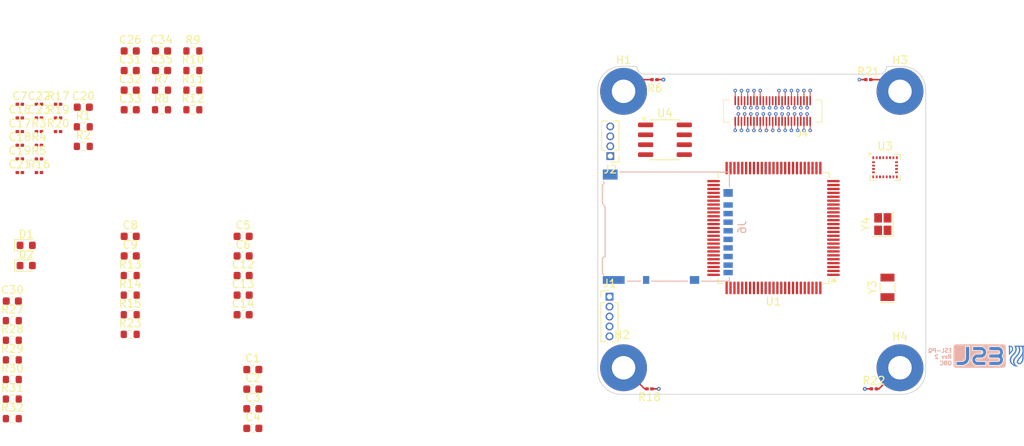
<source format=kicad_pcb>
(kicad_pcb (version 20240108) (generator "pcbnew") (generator_version "8.0")
  (title_block (title "Development of an ADCS for a PocketQube") (date "2023-09-06") (comment 2 "PCB Design") (comment 3 "22619291") (comment 4 "DP Theron"))
  (layers (0 "F.Cu" signal) (1 "In1.Cu" mixed) (2 "In2.Cu" mixed) (31 "B.Cu" signal) (34 "B.Paste" user) (35 "F.Paste" user) (36 "B.SilkS" user "B.Silkscreen") (37 "F.SilkS" user "F.Silkscreen") (38 "B.Mask" user) (39 "F.Mask" user) (44 "Edge.Cuts" user))
  (net 0 "")
  (net 1 "OPA1")
  (net 2 "1-")
  (net 3 "2-")
  (net 4 "OPA2")
  (net 5 "3-")
  (net 6 "OPA3")
  (net 7 "OPA4")
  (net 8 "4-")
  (net 9 "OPA5")
  (net 10 "5-")
  (net 11 "OPA6")
  (net 12 "6-")
  (net 13 "OSC_IN")
  (net 14 "OSC_OUT")
  (net 15 "OSC32_IN")
  (net 16 "OSC32_OUT")
  (net 17 "NRST")
  (net 18 "SPI NSS")
  (net 19 "SPI MOSI")
  (net 20 "SPI SCK")
  (net 21 "SPI MISO")
  (net 22 "SCL")
  (net 23 "SDA")
  (net 26 "/Daughterboard Connector/DB13")
  (net 27 "USART RX")
  (net 28 "USART TX")
  (net 29 "DCap")
  (net 32 "/Daughterboard Connector/DB22")
  (net 37 "SWCLK")
  (net 38 "SWDIO")
  (net 41 "/Daughterboard Connector/DB34")
  (net 42 "/Daughterboard Connector/DB37")
  (net 47 "/Daughterboard Connector/DB35")
  (net 48 "/Daughterboard Connector/DB6")
  (net 59 "SAOG")
  (net 60 "SAOM")
  (net 61 "/Daughterboard Connector/DB3")
  (net 62 "/Daughterboard Connector/DB32")
  (net 63 "CSAG")
  (net 64 "CSM")
  (net 65 "GND")
  (net 66 "Net-(U3-CAP)")
  (net 67 "Net-(U3-C1)")
  (net 69 "Net-(D1-A)")
  (net 70 "Net-(D2-A)")
  (net 71 "Net-(H1-Pad1)")
  (net 72 "Net-(H2-Pad1)")
  (net 73 "Net-(H3-Pad1)")
  (net 74 "Net-(H4-Pad1)")
  (net 75 "Net-(J6-DAT1)")
  (net 76 "Net-(J6-DAT2)")
  (net 77 "3V3")
  (net 78 "PPS")
  (net 79 "PWR")
  (net 80 "TX")
  (net 81 "RS-EN")
  (net 82 "RS-A")
  (net 83 "RS-B")
  (net 91 "/Daughterboard Connector/DB10")
  (net 92 "/Daughterboard Connector/DB29")
  (net 96 "/Daughterboard Connector/DB39")
  (net 98 "/Daughterboard Connector/DB25")
  (net 99 "/Daughterboard Connector/DB26")
  (net 101 "/Daughterboard Connector/DB14")
  (net 102 "/Daughterboard Connector/DB5")
  (net 104 "/Daughterboard Connector/DB19")
  (net 111 "/Daughterboard Connector/DB8")
  (net 112 "/Daughterboard Connector/DB2")
  (net 113 "/Daughterboard Connector/DB24")
  (net 114 "/Daughterboard Connector/DB30")
  (net 116 "/Daughterboard Connector/DB18")
  (net 119 "/Daughterboard Connector/DB12")
  (net 121 "/Daughterboard Connector/DB38")
  (net 123 "/Daughterboard Connector/DB33")
  (net 124 "/Daughterboard Connector/DB31")
  (net 127 "/Daughterboard Connector/DB7")
  (net 129 "/Daughterboard Connector/DB23")
  (net 132 "/Daughterboard Connector/DB40")
  (net 136 "S1_3V3")
  (net 137 "S2_3V3")
  (net 138 "/Daughterboard Connector/DB17")
  (net 139 "/Daughterboard Connector/DB11")
  (net 140 "/Daughterboard Connector/DB27")
  (net 141 "/Daughterboard Connector/DB15")
  (net 142 "/Daughterboard Connector/DB21")
  (net 143 "/Daughterboard Connector/DB9")
  (net 144 "/Daughterboard Connector/DB28")
  (net 145 "/Daughterboard Connector/DB4")
  (net 146 "/Daughterboard Connector/DB16")
  (net 147 "/Daughterboard Connector/DB36")
  (net 148 "/Daughterboard Connector/DB1")
  (net 149 "/Daughterboard Connector/DB20")
  (net 150 "I2C-SDA")
  (net 151 "I2C-SCL")
  (net 152 "EPS_RST")
  (footprint "Skripsie:HRS_DF40C-50DS-0.4V(51)" (layer "F.Cu") (at 250.9 28.52 180)
    (property "Reference" "J4")
    (property "Value" "Conn_02x20_Odd_Even")
  )
  (footprint "Skripsie:C_0201_0603Metric" (layer "F.Cu") (at 154.48 34.65)
    (property "Reference" "C19")
    (property "Value" "100n")
  )
  (footprint "Skripsie:C_0201_0603Metric" (layer "F.Cu") (at 154.48 27.65)
    (property "Reference" "C7")
    (property "Value" "100n")
  )
  (footprint "Skripsie:R_0201_0603Metric" (layer "F.Cu") (at 263.145 24.5)
    (property "Reference" "R21")
    (property "Value" "0")
  )
  (footprint "Skripsie:R_0201_0603Metric" (layer "F.Cu") (at 235.12 64.1 180)
    (property "Reference" "R18")
    (property "Value" "0")
  )
  (footprint "Capacitor_SMD:C_0603_1608Metric" (layer "F.Cu") (at 183.08 52.1)
    (property "Reference" "C13")
    (property "Value" "100n")
  )
  (footprint "Skripsie:R_0201_0603Metric" (layer "F.Cu") (at 159.38 29.4)
    (property "Reference" "R19")
    (property "Value" "R")
  )
  (footprint "MountingHole:MountingHole_3mm_Pad" (layer "F.Cu") (at 267.2 61.4)
    (property "Reference" "H4")
    (property "Value" "MountingHole_Pad")
  )
  (footprint "Capacitor_SMD:C_0603_1608Metric" (layer "F.Cu") (at 168.62 20.83)
    (property "Reference" "C26")
    (property "Value" "220p")
  )
  (footprint "Resistor_SMD:R_0603_1608Metric" (layer "F.Cu") (at 168.62 49.59)
    (property "Reference" "R13")
    (property "Value" "4k7")
  )
  (footprint "Skripsie:R_0201_0603Metric" (layer "F.Cu") (at 235.755 24.5 180)
    (property "Reference" "R6")
    (property "Value" "0")
  )
  (footprint "MountingHole:MountingHole_3mm_Pad" (layer "F.Cu") (at 267.2 26)
    (property "Reference" "H3")
    (property "Value" "MountingHole_Pad")
  )
  (footprint "Resistor_SMD:R_0603_1608Metric" (layer "F.Cu") (at 153.52 62.9)
    (property "Reference" "R30")
    (property "Value" "4k7")
  )
  (footprint "Resistor_SMD:R_0603_1608Metric" (layer "F.Cu") (at 168.62 57.12)
    (property "Reference" "R23")
    (property "Value" "120k")
  )
  (footprint "Capacitor_SMD:C_0603_1608Metric" (layer "F.Cu") (at 153.52 52.86)
    (property "Reference" "C30")
    (property "Value" "10u")
  )
  (footprint "Skripsie:R_0201_0603Metric" (layer "F.Cu") (at 156.93 32.9)
    (property "Reference" "R4")
    (property "Value" "0")
  )
  (footprint "Resistor_SMD:R_0603_1608Metric" (layer "F.Cu") (at 172.63 28.36)
    (property "Reference" "R8")
    (property "Value" "470")
  )
  (footprint "Skripsie:LGA-24L_3x3.5mm_P0.43mm" (layer "F.Cu") (at 265.285 35.725)
    (property "Reference" "U3")
    (property "Value" "LSM9DS1TR")
  )
  (footprint "Skripsie:C_0201_0603Metric" (layer "F.Cu") (at 154.48 31.15)
    (property "Reference" "C17")
    (property "Value" "100n")
  )
  (footprint "Capacitor_SMD:C_0603_1608Metric" (layer "F.Cu") (at 168.62 44.57)
    (property "Reference" "C8")
    (property "Value" "100n")
  )
  (footprint "Skripsie:Crystal_SMD_EuroQuartz_X22-4Pin_2.5x2.0mm" (layer "F.Cu") (at 265 43 90)
    (property "Reference" "Y4")
    (property "Value" "80 MHz")
  )
  (footprint "Skripsie:R_0201_0603Metric" (layer "F.Cu") (at 159.38 31.15)
    (property "Reference" "R20")
    (property "Value" "R")
  )
  (footprint "Capacitor_SMD:C_0603_1608Metric" (layer "F.Cu") (at 172.63 23.34)
    (property "Reference" "C35")
    (property "Value" "220p")
  )
  (footprint "Capacitor_SMD:C_0603_1608Metric" (layer "F.Cu") (at 172.63 20.83)
    (property "Reference" "C34")
    (property "Value" "220p")
  )
  (footprint "Capacitor_SMD:C_0603_1608Metric" (layer "F.Cu") (at 183.08 54.61)
    (property "Reference" "C14")
    (property "Value" "10u")
  )
  (footprint "Resistor_SMD:R_0603_1608Metric" (layer "F.Cu") (at 172.63 25.85)
    (property "Reference" "R7")
    (property "Value" "470")
  )
  (footprint "Resistor_SMD:R_0603_1608Metric" (layer "F.Cu") (at 176.64 20.83)
    (property "Reference" "R9")
    (property "Value" "470")
  )
  (footprint "Package_QFP:LQFP-100_14x14mm_P0.5mm" (layer "F.Cu") (at 251 43.5 180)
    (property "Reference" "U1")
    (property "Value" "STM32L496VGTxP")
  )
  (footprint "MountingHole:MountingHole_3mm_Pad" (layer "F.Cu") (at 231.8 61.4)
    (property "Reference" "H2")
    (property "Value" "MountingHole_Pad")
  )
  (footprint "Capacitor_SMD:C_0603_1608Metric" (layer "F.Cu") (at 183.08 44.57)
    (property "Reference" "C5")
    (property "Value" "10n")
  )
  (footprint "Capacitor_SMD:C_0603_1608Metric" (layer "F.Cu") (at 184.32 66.65)
    (property "Reference" "C3")
    (property "Value" "12p")
  )
  (footprint "Capacitor_SMD:C_0603_1608Metric" (layer "F.Cu") (at 168.62 28.36)
    (property "Reference" "C33")
    (property "Value" "220p")
  )
  (footprint "Resistor_SMD:R_0603_1608Metric" (layer "F.Cu") (at 153.52 60.39)
    (property "Reference" "R29")
    (property "Value" "4k7")
  )
  (footprint "Skripsie:Crystal_SMD_EuroQuartz_EQ161-2Pin_3.2x1.5mm" (layer "F.Cu") (at 265.6 51.1 90)
    (property "Reference" "Y3")
    (property "Value" "32.768 kHz")
  )
  (footprint "Capacitor_SMD:C_0603_1608Metric" (layer "F.Cu") (at 183.08 47.08)
    (property "Reference" "C6")
    (property "Value" "100n")
  )
  (footprint "Resistor_SMD:R_0603_1608Metric" (layer "F.Cu") (at 176.64 23.34)
    (property "Reference" "R10")
    (property "Value" "470")
  )
  (footprint "Skripsie:C_0201_0603Metric" (layer "F.Cu") (at 154.48 29.4)
    (property "Reference" "C16")
    (property "Value" "10u")
  )
  (footprint "Resistor_SMD:R_0603_1608Metric" (layer "F.Cu") (at 153.52 67.92)
    (property "Reference" "R32")
    (property "Value" "4k7")
  )
  (footprint "Capacitor_SMD:C_0603_1608Metric" (layer "F.Cu") (at 168.62 23.34)
    (property "Reference" "C31")
    (property "Value" "220p")
  )
  (footprint "Skripsie:C_0201_0603Metric" (layer "F.Cu") (at 156.93 27.65)
    (property "Reference" "C22")
    (property "Value" "100n")
  )
  (footprint "Resistor_SMD:R_0603_1608Metric" (layer "F.Cu") (at 153.52 65.41)
    (property "Reference" "R31")
    (property "Value" "4k7")
  )
  (footprint "Capacitor_SMD:C_0603_1608Metric" (layer "F.Cu") (at 184.32 64.14)
    (property "Reference" "C2")
    (property "Value" "8p")
  )
  (footprint "Skripsie:PinHeader_1x05_P1.27mm_Vertical" (layer "F.Cu") (at 230 52.3)
    (property "Reference" "J1")
    (property "Value" "Conn_01x05")
  )
  (footprint "Skripsie:R_0201_0603Metric" (layer "F.Cu") (at 156.93 34.65)
    (property "Reference" "R5")
    (property "Value" "0")
  )
  (footprint "Skripsie:C_0201_0603Metric" (layer "F.Cu") (at 154.48 36.4)
    (property "Reference" "C21")
    (property "Value" "100n")
  )
  (footprint "Resistor_SMD:R_0603_1608Metric" (layer "F.Cu") (at 162.61 33.05)
    (property "Reference" "R2")
    (property "Value" "165")
  )
  (footprint "Capacitor_SMD:C_0603_1608Metric" (layer "F.Cu") (at 184.32 69.16)
    (property "Reference" "C4")
    (property "Value" "12p")
  )
  (footprint "Resistor_SMD:R_0603_1608Metric" (layer "F.Cu") (at 153.52 55.37)
    (property "Reference" "R27")
    (property "Value" "4k7")
  )
  (footprint "Resistor_SMD:R_0603_1608Metric" (layer "F.Cu") (at 176.64 25.85)
    (property "Reference" "R11")
    (property "Value" "470")
  )
  (footprint "LED_SMD:LED_0603_1608Metric" (layer "F.Cu") (at 155.3 48.31)
    (property "Reference" "D2")
    (property "Value" "LED")
  )
  (footprint "Skripsie:C_0201_0603Metric" (layer "F.Cu") (at 156.93 29.4)
    (property "Reference" "C23")
    (property "Value" "100n")
  )
  (footprint "Skripsie:R_0201_0603Metric" (layer "F.Cu") (at 156.93 31.15)
    (property "Reference" "R3")
    (property "Value" "0")
  )
  (footprint "Skripsie:C_0201_0603Metric" (layer "F.Cu") (at 154.48 32.9)
    (property "Reference" "C18")
    (property "Value" "100n")
  )
  (footprint "Resistor_SMD:R_0603_1608Metric" (layer "F.Cu") (at 176.64 28.36)
    (property "Reference" "R12")
    (property "Value" "470")
  )
  (footprint "LED_SMD:LED_0603_1608Metric" (layer "F.Cu") (at 155.3 45.72)
    (property "Reference" "D1")
    (property "Value" "LED")
  )
  (footprint "Resistor_SMD:R_0603_1608Metric" (layer "F.Cu") (at 168.62 52.1)
    (property "Reference" "R14")
    (property "Value" "4k7")
  )
  (footprint "Capacitor_SMD:C_0603_1608Metric" (layer "F.Cu") (at 168.62 47.08)
    (property "Reference" "C9")
    (property "Value" "10u")
  )
  (footprint "Skripsie:R_0201_0603Metric" (layer "F.Cu") (at 156.93 36.4)
    (property "Reference" "R16")
    (property "Value" "R")
  )
  (footprint "Capacitor_SMD:C_0603_1608Metric" (layer "F.Cu") (at 183.08 49.59)
    (property "Reference" "C12")
    (property "Value" "100n")
  )
  (footprint "Package_SO:SOIC-8_3.9x4.9mm_P1.27mm" (layer "F.Cu") (at 237.1 32.2)
    (property "Reference" "U4")
    (property "Value" "LTC2850HDD#PBF")
  )
  (footprint "MountingHole:MountingHole_3mm_Pad" (layer "F.Cu") (at 231.8 26)
    (property "Reference" "H1")
    (property "Value" "MountingHole_Pad")
  )
  (footprint "Resistor_SMD:R_0603_1608Metric" (layer "F.Cu") (at 153.52 57.88)
    (property "Reference" "R28")
    (property "Value" "4k7")
  )
  (footprint "Skripsie:R_0201_0603Metric" (layer "F.Cu") (at 159.38 27.65)
    (property "Reference" "R17")
    (property "Value" "R")
  )
  (footprint "Skripsie:R_0201_0603Metric" (layer "F.Cu") (at 263.855 64.1)
    (property "Reference" "R22")
    (property "Value" "0")
  )
  (footprint "Capacitor_SMD:C_0603_1608Metric" (layer "F.Cu") (at 168.62 25.85)
    (property "Reference" "C32")
    (property "Value" "220p")
  )
  (footprint "Skripsie:PinHeader_1x04_P1.27mm_Vertical" (layer "F.Cu") (at 230.1 34.3 180)
    (property "Reference" "J2")
    (property "Value" "Conn_01x04")
  )
  (footprint "Capacitor_SMD:C_0603_1608Metric" (layer "F.Cu") (at 162.61 28.03)
    (property "Reference" "C20")
    (property "Value" "100n")
  )
  (footprint "Resistor_SMD:R_0603_1608Metric" (layer "F.Cu") (at 168.62 54.61)
    (property "Reference" "R15")
    (property "Value" "4k7")
  )
  (footprint "Capacitor_SMD:C_0603_1608Metric" (layer "F.Cu") (at 184.32 61.63)
    (property "Reference" "C1")
    (property "Value" "8p")
  )
  (footprint "Resistor_SMD:R_0603_1608Metric" (layer "F.Cu") (at 162.61 30.54)
    (property "Reference" "R1")
    (property "Value" "165")
  )
  (footprint "Skripsie:microSD_HC_Hirose_DM3AT-SF-PEJM5" (layer "B.Cu") (at 237.465 43.33 90)
    (property "Reference" "J6")
    (property "Value" "Micro_SD_Card")
  )
  (footprint "LOGO" (layer "B.Cu") (at 277.4 59.9 180)
    (property "Reference" "G***" (hide yes))
    (property "Value" "LOGO" (hide yes))
  )
  (footprint "LOGO" (layer "B.Cu") (at 277.4 59.9 180)
    (property "Reference" "G***" (hide yes))
    (property "Value" "LOGO" (hide yes))
  )
  (footprint "LOGO" (layer "B.Cu") (at 282.1 59.9 180)
    (property "Reference" "G***" (hide yes))
    (property "Value" "LOGO" (hide yes))
  )
  (gr_arc (start 267.5 22.8) (mid 269.62132 23.67868) (end 270.5 25.8) (stroke (width 0.1)) (layer "Edge.Cuts"))
  (gr_arc (start 231.5 64.8) (mid 229.37868 63.92132) (end 228.5 61.8) (stroke (width 0.1)) (layer "Edge.Cuts"))
  (gr_line (start 231.5 22.8) (end 233.5 22.8) (stroke (width 0.1)) (layer "Edge.Cuts"))
  (gr_arc (start 228.5 25.8) (mid 229.37868 23.67868) (end 231.5 22.8) (stroke (width 0.1)) (layer "Edge.Cuts"))
  (gr_line (start 234.5 23.8) (end 264.5 23.8) (stroke (width 0.1)) (layer "Edge.Cuts"))
  (gr_line (start 231.5 64.8) (end 267.5 64.8) (stroke (width 0.1)) (layer "Edge.Cuts"))
  (gr_line (start 270.5 61.8) (end 270.5 25.8) (stroke (width 0.1)) (layer "Edge.Cuts"))
  (gr_arc (start 265.5 22.8) (mid 265.207107 23.507107) (end 264.5 23.8) (stroke (width 0.1)) (layer "Edge.Cuts"))
  (gr_arc (start 270.5 61.8) (mid 269.62132 63.92132) (end 267.5 64.8) (stroke (width 0.1)) (layer "Edge.Cuts"))
  (gr_line (start 265.5 22.8) (end 267.5 22.8) (stroke (width 0.1)) (layer "Edge.Cuts"))
  (gr_line (start 228.5 25.8) (end 228.5 61.8) (stroke (width 0.1)) (layer "Edge.Cuts"))
  (gr_arc (start 234.5 23.8) (mid 233.792893 23.507107) (end 233.5 22.8) (stroke (width 0.1)) (layer "Edge.Cuts"))
  (gr_text "ESL-PQ\nRev 2\nOBC" (at 273.9 61.1 0) (layer "B.SilkS") (effects (font (size 0.5 0.5) (thickness 0.125) (bold yes)) (justify left bottom mirror)))
  (segment (start 247.7 27.2) (end 247.7 25.9) (width 0.1) (layer "F.Cu") (net 0))
  (via (at 247.7 25.9) (size 0.45) (drill 0.2) (layers "F.Cu" "B.Cu") (net 0))
  (segment (start 253.3 27.2) (end 253.3 25.9) (width 0.1) (layer "F.Cu") (net 26))
  (via (at 253.3 25.9) (size 0.45) (drill 0.2) (layers "F.Cu" "B.Cu") (net 26))
  (segment (start 251.7 29.84) (end 251.7 31) (width 0.1) (layer "F.Cu") (net 32))
  (via (at 251.7 31) (size 0.45) (drill 0.2) (layers "F.Cu" "B.Cu") (net 32))
  (segment (start 249.3 29.84) (end 249.3 31) (width 0.1) (layer "F.Cu") (net 41))
  (via (at 249.3 31) (size 0.45) (drill 0.2) (layers "F.Cu" "B.Cu") (net 41))
  (segment (start 248.5 27.2) (end 248.5 25.9) (width 0.1) (layer "F.Cu") (net 42))
  (via (at 248.5 25.9) (size 0.45) (drill 0.2) (layers "F.Cu" "B.Cu") (net 42))
  (segment (start 248.9 28.1) (end 248.9 27.2) (width 0.1) (layer "F.Cu") (net 47))
  (via (at 248.9 28.1) (size 0.45) (drill 0.2) (layers "F.Cu" "B.Cu") (net 47))
  (segment (start 254.9 29.84) (end 254.9 30.9) (width 0.1) (layer "F.Cu") (net 48))
  (segment (start 254.9 30.9) (end 254.9 31) (width 0.1) (layer "F.Cu") (net 48))
  (via (at 254.9 31) (size 0.45) (drill 0.2) (layers "F.Cu" "B.Cu") (net 48))
  (segment (start 255.3 27.2) (end 255.3 28.1) (width 0.1) (layer "F.Cu") (net 61))
  (segment (start 255.3 27.2) (end 255.25 27.15) (width 0.1) (layer "F.Cu") (net 61))
  (via (at 255.3 28.1) (size 0.45) (drill 0.2) (layers "F.Cu" "B.Cu") (net 61))
  (segment (start 249.7 29.84) (end 249.7 28.9) (width 0.1) (layer "F.Cu") (net 62))
  (via (at 249.7 28.9) (size 0.45) (drill 0.2) (layers "F.Cu" "B.Cu") (net 62))
  (segment (start 236.9 24.5) (end 236.075 24.5) (width 0.2) (layer "F.Cu") (net 65))
  (segment (start 262.825 24.5) (end 262 24.5) (width 0.2) (layer "F.Cu") (net 65))
  (segment (start 263.535 64.1) (end 262.7 64.1) (width 0.2) (layer "F.Cu") (net 65))
  (segment (start 235.44 64.1) (end 236.3 64.1) (width 0.2) (layer "F.Cu") (net 65))
  (via (at 262.7 64.1) (size 0.5) (drill 0.2) (layers "F.Cu" "B.Cu") (net 65))
  (via (at 236.3 64.1) (size 0.5) (drill 0.2) (layers "F.Cu" "B.Cu") (net 65))
  (via (at 262 24.5) (size 0.45) (drill 0.2) (layers "F.Cu" "B.Cu") (net 65))
  (via (at 236.9 24.5) (size 0.5) (drill 0.2) (layers "F.Cu" "B.Cu") (net 65))
  (segment (start 233.3 24.5) (end 231.8 26) (width 0.2) (layer "F.Cu") (net 71))
  (segment (start 235.435 24.5) (end 233.3 24.5) (width 0.2) (layer "F.Cu") (net 71))
  (segment (start 234.8 64.1) (end 234.5 64.1) (width 0.2) (layer "F.Cu") (net 72))
  (segment (start 234.5 64.1) (end 231.8 61.4) (width 0.2) (layer "F.Cu") (net 72))
  (segment (start 267.2 26) (end 265.7 24.5) (width 0.2) (layer "F.Cu") (net 73))
  (segment (start 265.7 24.5) (end 263.465 24.5) (width 0.2) (layer "F.Cu") (net 73))
  (segment (start 264.5 64.1) (end 267.2 61.4) (width 0.2) (layer "F.Cu") (net 74))
  (segment (start 264.175 64.1) (end 264.5 64.1) (width 0.2) (layer "F.Cu") (net 74))
  (segment (start 247.3 28.1) (end 247.3 27.2) (width 0.1) (layer "F.Cu") (net 83))
  (segment (start 246.5 28.1) (end 246.5 27.2) (width 0.1) (layer "F.Cu") (net 83))
  (segment (start 246.5 29.84) (end 246.5 28.9) (width 0.1) (layer "F.Cu") (net 83))
  (segment (start 247.3 29.84) (end 247.3 28.9) (width 0.1) (layer "F.Cu") (net 83))
  (via (at 246.5 28.1) (size 0.45) (drill 0.2) (layers "F.Cu" "B.Cu") (net 83))
  (via (at 247.3 28.9) (size 0.45) (drill 0.2) (layers "F.Cu" "B.Cu") (net 83))
  (via (at 247.3 28.1) (size 0.45) (drill 0.2) (layers "F.Cu" "B.Cu") (net 83))
  (via (at 246.5 28.9) (size 0.45) (drill 0.2) (layers "F.Cu" "B.Cu") (net 83))
  (segment (start 254.1 29.84) (end 254.1 31) (width 0.1) (layer "F.Cu") (net 91))
  (via (at 254.1 31) (size 0.45) (drill 0.2) (layers "F.Cu" "B.Cu") (net 91))
  (segment (start 248.1 28.1) (end 248.1 27.2) (width 0.1) (layer "F.Cu") (net 96))
  (segment (start 248.1 27.2) (end 248.15 27.15) (width 0.1) (layer "F.Cu") (net 96))
  (via (at 248.1 28.1) (size 0.45) (drill 0.2) (layers "F.Cu" "B.Cu") (net 96))
  (segment (start 250.9 29.84) (end 250.9 31) (width 0.1) (layer "F.Cu") (net 99))
  (via (at 250.9 31) (size 0.45) (drill 0.2) (layers "F.Cu" "B.Cu") (net 99))
  (segment (start 253.3 29.84) (end 253.3 31) (width 0.1) (layer "F.Cu") (net 101))
  (via (at 253.3 31) (size 0.45) (drill 0.2) (layers "F.Cu" "B.Cu") (net 101))
  (segment (start 254.9 27.2) (end 254.9 25.9) (width 0.1) (layer "F.Cu") (net 102))
  (via (at 254.9 25.9) (size 0.45) (drill 0.2) (layers "F.Cu" "B.Cu") (net 102))
  (segment (start 252.1 27.2) (end 252.1 28.1) (width 0.1) (layer "F.Cu") (net 104))
  (via (at 252.1 28.1) (size 0.45) (drill 0.2) (layers "F.Cu" "B.Cu") (net 104))
  (segment (start 254.5 29.84) (end 254.5 28.9) (width 0.1) (layer "F.Cu") (net 111))
  (via (at 254.5 28.9) (size 0.45) (drill 0.2) (layers "F.Cu" "B.Cu") (net 111))
  (segment (start 255.7 29.84) (end 255.7 31) (width 0.1) (layer "F.Cu") (net 112))
  (via (at 255.7 31) (size 0.45) (drill 0.2) (layers "F.Cu" "B.Cu") (net 112))
  (segment (start 251.3 29.84) (end 251.3 28.9) (width 0.1) (layer "F.Cu") (net 113))
  (via (at 251.3 28.9) (size 0.45) (drill 0.2) (layers "F.Cu" "B.Cu") (net 113))
  (segment (start 250.1 29.84) (end 250.1 31) (width 0.1) (layer "F.Cu") (net 114))
  (via (at 250.1 31) (size 0.45) (drill 0.2) (layers "F.Cu" "B.Cu") (net 114))
  (segment (start 252.5 29.84) (end 252.5 31) (width 0.1) (layer "F.Cu") (net 116))
  (via (at 252.5 31) (size 0.45) (drill 0.2) (layers "F.Cu" "B.Cu") (net 116))
  (segment (start 253.7 29.84) (end 253.7 28.9) (width 0.1) (layer "F.Cu") (net 119))
  (via (at 253.7 28.9) (size 0.45) (drill 0.2) (layers "F.Cu" "B.Cu") (net 119))
  (segment (start 248.5 29.84) (end 248.5 31) (width 0.1) (layer "F.Cu") (net 121))
  (via (at 248.5 31) (size 0.45) (drill 0.2) (layers "F.Cu" "B.Cu") (net 121))
  (segment (start 249.3 25.9) (end 249.3 27.2) (width 0.1) (layer "F.Cu") (net 123))
  (via (at 249.3 25.9) (size 0.45) (drill 0.2) (layers "F.Cu" "B.Cu") (net 123))
  (segment (start 249.7 28.1) (end 249.7 27.2) (width 0.1) (layer "F.Cu") (net 124))
  (via (at 249.7 28.1) (size 0.45) (drill 0.2) (layers "F.Cu" "B.Cu") (net 124))
  (segment (start 254.5 27.2) (end 254.5 28.1) (width 0.1) (layer "F.Cu") (net 127))
  (via (at 254.5 28.1) (size 0.45) (drill 0.2) (layers "F.Cu" "B.Cu") (net 127))
  (segment (start 251.3 27.2) (end 251.3 28.1) (width 0.1) (layer "F.Cu") (net 129))
  (via (at 251.3 28.1) (size 0.45) (drill 0.2) (layers "F.Cu" "B.Cu") (net 129))
  (segment (start 248.1 29.84) (end 248.1 28.9) (width 0.1) (layer "F.Cu") (net 132))
  (via (at 248.1 28.9) (size 0.45) (drill 0.2) (layers "F.Cu" "B.Cu") (net 132))
  (segment (start 247.7 29.84) (end 247.7 31) (width 0.1) (layer "F.Cu") (net 137))
  (segment (start 246.1 29.84) (end 246.1 31) (width 0.1) (layer "F.Cu") (net 137))
  (segment (start 246.9 29.84) (end 246.9 31) (width 0.1) (layer "F.Cu") (net 137))
  (via (at 247.7 31) (size 0.45) (drill 0.2) (layers "F.Cu" "B.Cu") (net 137))
  (via (at 246.9 31) (size 0.45) (drill 0.2) (layers "F.Cu" "B.Cu") (net 137))
  (via (at 246.1 31) (size 0.45) (drill 0.2) (layers "F.Cu" "B.Cu") (net 137))
  (segment (start 252.5 27.2) (end 252.5 25.9) (width 0.1) (layer "F.Cu") (net 138))
  (via (at 252.5 25.9) (size 0.45) (drill 0.2) (layers "F.Cu" "B.Cu") (net 138))
  (segment (start 253.7 27.2) (end 253.7 28.1) (width 0.1) (layer "F.Cu") (net 139))
  (via (at 253.7 28.1) (size 0.45) (drill 0.2) (layers "F.Cu" "B.Cu") (net 139))
  (segment (start 250.5 28.1) (end 250.5 27.2) (width 0.1) (layer "F.Cu") (net 140))
  (via (at 250.5 28.1) (size 0.45) (drill 0.2) (layers "F.Cu" "B.Cu") (net 140))
  (segment (start 252.9 27.2) (end 252.9 28.1) (width 0.1) (layer "F.Cu") (net 141))
  (via (at 252.9 28.1) (size 0.45) (drill 0.2) (layers "F.Cu" "B.Cu") (net 141))
  (segment (start 251.7 27.2) (end 251.7 25.9) (width 0.1) (layer "F.Cu") (net 142))
  (via (at 251.7 25.9) (size 0.45) (drill 0.2) (layers "F.Cu" "B.Cu") (net 142))
  (segment (start 254.1 27.1) (end 254.1 25.9) (width 0.1) (layer "F.Cu") (net 143))
  (segment (start 254.1 27.2) (end 254.1 27.1) (width 0.1) (layer "F.Cu") (net 143))
  (via (at 254.1 25.9) (size 0.45) (drill 0.2) (layers "F.Cu" "B.Cu") (net 143))
  (segment (start 250.5 29.84) (end 250.5 28.9) (width 0.1) (layer "F.Cu") (net 144))
  (via (at 250.5 28.9) (size 0.45) (drill 0.2) (layers "F.Cu" "B.Cu") (net 144))
  (segment (start 255.3 29.84) (end 255.3 28.9) (width 0.1) (layer "F.Cu") (net 145))
  (via (at 255.3 28.9) (size 0.45) (drill 0.2) (layers "F.Cu" "B.Cu") (net 145))
  (segment (start 252.9 29.84) (end 252.9 28.9) (width 0.1) (layer "F.Cu") (net 146))
  (via (at 252.9 28.9) (size 0.45) (drill 0.2) (layers "F.Cu" "B.Cu") (net 146))
  (segment (start 248.9 29.84) (end 248.9 28.9) (width 0.1) (layer "F.Cu") (net 147))
  (via (at 248.9 28.9) (size 0.45) (drill 0.2) (layers "F.Cu" "B.Cu") (net 147))
  (segment (start 255.7 27.2) (end 255.7 25.9) (width 0.1) (layer "F.Cu") (net 148))
  (via (at 255.7 25.9) (size 0.45) (drill 0.2) (layers "F.Cu" "B.Cu") (net 148))
  (segment (start 252.1 29.84) (end 252.1 28.9) (width 0.1) (layer "F.Cu") (net 149))
  (via (at 252.1 28.9) (size 0.45) (drill 0.2) (layers "F.Cu" "B.Cu") (net 149))
  (segment (start 246.9 27.2) (end 246.9 25.9) (width 0.1) (layer "F.Cu") (net 152))
  (segment (start 246.1 27.2) (end 246.1 25.9) (width 0.1) (layer "F.Cu") (net 152))
  (via (at 246.9 25.9) (size 0.45) (drill 0.2) (layers "F.Cu" "B.Cu") (net 152))
  (via (at 246.1 25.9) (size 0.45) (drill 0.2) (layers "F.Cu" "B.Cu") (net 152))
)
</source>
